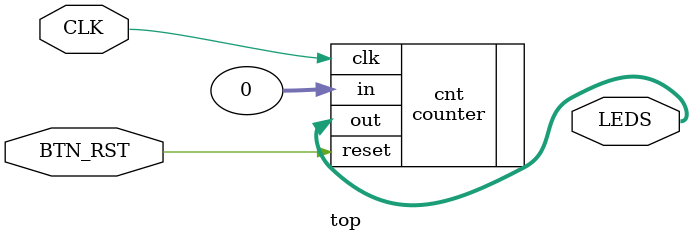
<source format=v>
module top(
  input CLK,
  input BTN_RST,
  output [7:0] LEDS
);

  counter cnt(
    .clk(CLK),
    .reset(BTN_RST),
    .in(0),
    .out(LEDS)
  );

endmodule

</source>
